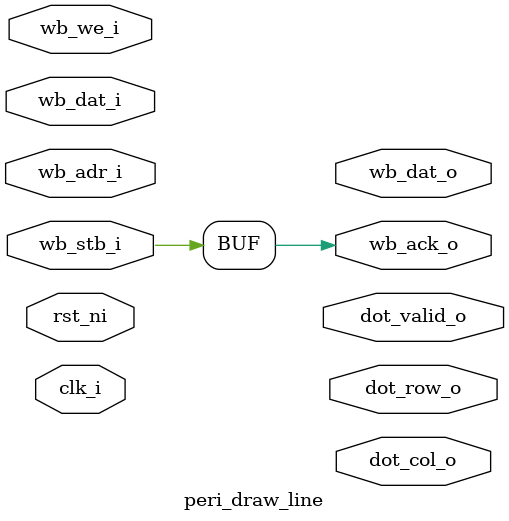
<source format=sv>
`default_nettype none

module peri_draw_line #(
  parameter ScreenWidth = 100,
  parameter ScreenHeight = 50,
  parameter CoordSz = 16
) (
  input clk_i,
  input rst_ni,

  // wishbone b4 peripheral
  input wb_we_i,
  input [7:0] wb_adr_i,
  input [7:0] wb_dat_i,
  input wb_stb_i,
  output [7:0] wb_dat_o,
  output wb_ack_o,

  // memory framebuffer i/o
  output [CoordSz-1:0] dot_row_o,
  output [CoordSz-1:0] dot_col_o,
  output dot_valid_o
);
  assign wb_ack_o = wb_stb_i;

  always_ff @(posedge clk_i) begin
    if (!rst_ni) begin
    end else begin
    end
  end

  // divide the input clock
  always_comb begin
  end

endmodule

</source>
